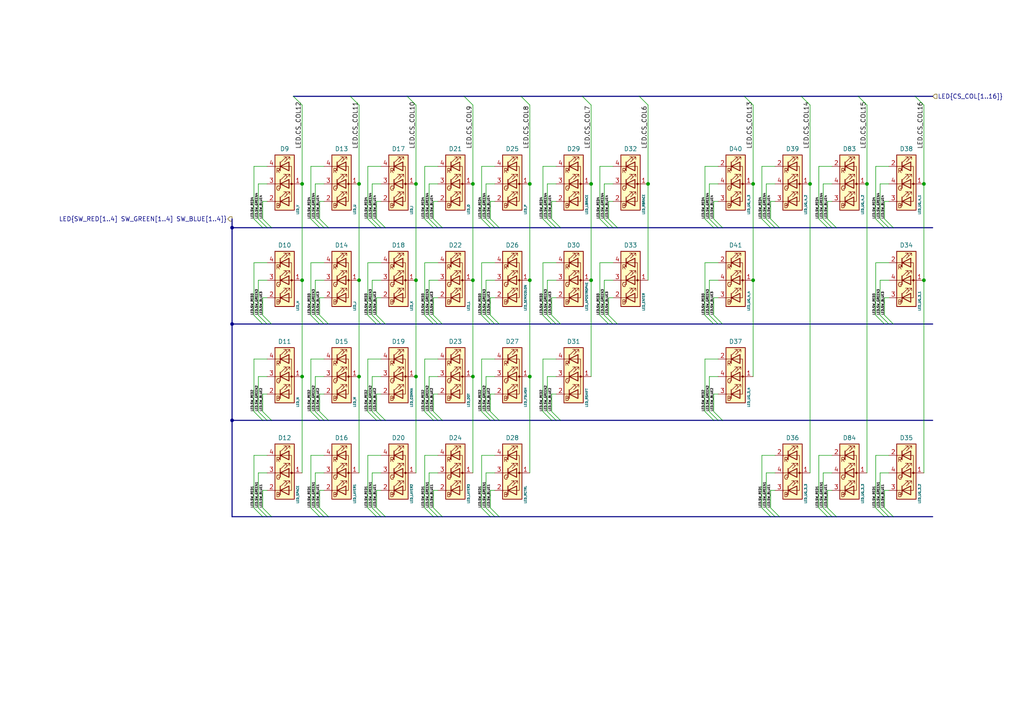
<source format=kicad_sch>
(kicad_sch (version 20211123) (generator eeschema)
  (paper "A4")
  (lib_symbols
    (symbol "Device:LED_ABGR" (pin_names (offset 0) hide)
      (property "Reference" "D" (at 0 9.398 0))
      (property "Value" "LED_ABGR" (at 0 -8.89 0))
      (symbol "LED_ABGR_0_0"
        (text "B" (at -1.905 -6.35 0) (effects (font (size 1.27 1.27))))
        (text "G" (at -1.905 -1.27 0) (effects (font (size 1.27 1.27))))
        (text "R" (at -1.905 3.81 0) (effects (font (size 1.27 1.27))))
      )
      (symbol "LED_ABGR_0_1"
        (polyline (pts (xy -1.27 -5.08) (xy -2.54 -5.08)))
        (polyline (pts (xy -1.27 -5.08) (xy 1.27 -5.08)))
        (polyline (pts (xy -1.27 -3.81) (xy -1.27 -6.35)) (stroke (width 0.254)))
        (polyline (pts (xy -1.27 0) (xy -2.54 0)))
        (polyline (pts (xy -1.27 1.27) (xy -1.27 -1.27)) (stroke (width 0.254)))
        (polyline (pts (xy -1.27 5.08) (xy -2.54 5.08)))
        (polyline (pts (xy -1.27 5.08) (xy 1.27 5.08)))
        (polyline (pts (xy -1.27 6.35) (xy -1.27 3.81)) (stroke (width 0.254)))
        (polyline (pts (xy 1.27 0) (xy -1.27 0)))
        (polyline (pts (xy 1.27 0) (xy 2.54 0)))
        (polyline (pts (xy -1.27 1.27) (xy -1.27 -1.27) (xy -1.27 -1.27)))
        (polyline (pts (xy -1.27 6.35) (xy -1.27 3.81) (xy -1.27 3.81)))
        (polyline (pts (xy 1.27 -5.08) (xy 2.032 -5.08) (xy 2.032 5.08) (xy 1.27 5.08)))
        (polyline (pts (xy 1.27 -3.81) (xy 1.27 -6.35) (xy -1.27 -5.08) (xy 1.27 -3.81)) (stroke (width 0.254)))
        (polyline (pts (xy 1.27 1.27) (xy 1.27 -1.27) (xy -1.27 0) (xy 1.27 1.27)) (stroke (width 0.254)))
        (polyline (pts (xy 1.27 6.35) (xy 1.27 3.81) (xy -1.27 5.08) (xy 1.27 6.35)) (stroke (width 0.254)))
        (polyline (pts (xy -1.016 -3.81) (xy 0.508 -2.286) (xy -0.254 -2.286) (xy 0.508 -2.286) (xy 0.508 -3.048)))
        (polyline (pts (xy -1.016 1.27) (xy 0.508 2.794) (xy -0.254 2.794) (xy 0.508 2.794) (xy 0.508 2.032)))
        (polyline (pts (xy -1.016 6.35) (xy 0.508 7.874) (xy -0.254 7.874) (xy 0.508 7.874) (xy 0.508 7.112)))
        (polyline (pts (xy 0 -3.81) (xy 1.524 -2.286) (xy 0.762 -2.286) (xy 1.524 -2.286) (xy 1.524 -3.048)))
        (polyline (pts (xy 0 1.27) (xy 1.524 2.794) (xy 0.762 2.794) (xy 1.524 2.794) (xy 1.524 2.032)))
        (polyline (pts (xy 0 6.35) (xy 1.524 7.874) (xy 0.762 7.874) (xy 1.524 7.874) (xy 1.524 7.112)))
        (rectangle (start 1.27 -1.27) (end 1.27 1.27))
        (rectangle (start 1.27 1.27) (end 1.27 1.27))
        (rectangle (start 1.27 3.81) (end 1.27 6.35))
        (rectangle (start 1.27 6.35) (end 1.27 6.35))
        (circle (center 2.032 0) (radius 0.254) (fill (type outline)))
        (rectangle (start 2.794 8.382) (end -2.794 -7.62) (stroke (width 0.254)) (fill (type background)))
      )
      (symbol "LED_ABGR_1_1"
        (pin passive line (at 5.08 0 180) (length 2.54) (name "A") (number "1"))
        (pin passive line (at -5.08 -5.08 0) (length 2.54) (name "BK") (number "2"))
        (pin passive line (at -5.08 0 0) (length 2.54) (name "GK") (number "3"))
        (pin passive line (at -5.08 5.08 0) (length 2.54) (name "RK") (number "4"))
      )
    )
    (symbol "Device:LED_ARBG" (pin_names (offset 0) hide)
      (property "Reference" "D" (at 0 9.398 0))
      (property "Value" "LED_ARBG" (at 0 -8.89 0))
      (symbol "LED_ARBG_0_0"
        (text "B" (at -1.905 -6.35 0) (effects (font (size 1.27 1.27))))
        (text "G" (at -1.905 -1.27 0) (effects (font (size 1.27 1.27))))
        (text "R" (at -1.905 3.81 0) (effects (font (size 1.27 1.27))))
      )
      (symbol "LED_ARBG_0_1"
        (polyline (pts (xy -1.27 -5.08) (xy -2.54 -5.08)))
        (polyline (pts (xy -1.27 -5.08) (xy 1.27 -5.08)))
        (polyline (pts (xy -1.27 -3.81) (xy -1.27 -6.35)) (stroke (width 0.254)))
        (polyline (pts (xy -1.27 0) (xy -2.54 0)))
        (polyline (pts (xy -1.27 1.27) (xy -1.27 -1.27)) (stroke (width 0.254)))
        (polyline (pts (xy -1.27 5.08) (xy -2.54 5.08)))
        (polyline (pts (xy -1.27 5.08) (xy 1.27 5.08)))
        (polyline (pts (xy -1.27 6.35) (xy -1.27 3.81)) (stroke (width 0.254)))
        (polyline (pts (xy 1.27 0) (xy -1.27 0)))
        (polyline (pts (xy 1.27 0) (xy 2.54 0)))
        (polyline (pts (xy -1.27 1.27) (xy -1.27 -1.27) (xy -1.27 -1.27)))
        (polyline (pts (xy -1.27 6.35) (xy -1.27 3.81) (xy -1.27 3.81)))
        (polyline (pts (xy 1.27 -5.08) (xy 2.032 -5.08) (xy 2.032 5.08) (xy 1.27 5.08)))
        (polyline (pts (xy 1.27 -3.81) (xy 1.27 -6.35) (xy -1.27 -5.08) (xy 1.27 -3.81)) (stroke (width 0.254)))
        (polyline (pts (xy 1.27 1.27) (xy 1.27 -1.27) (xy -1.27 0) (xy 1.27 1.27)) (stroke (width 0.254)))
        (polyline (pts (xy 1.27 6.35) (xy 1.27 3.81) (xy -1.27 5.08) (xy 1.27 6.35)) (stroke (width 0.254)))
        (polyline (pts (xy -1.016 -3.81) (xy 0.508 -2.286) (xy -0.254 -2.286) (xy 0.508 -2.286) (xy 0.508 -3.048)))
        (polyline (pts (xy -1.016 1.27) (xy 0.508 2.794) (xy -0.254 2.794) (xy 0.508 2.794) (xy 0.508 2.032)))
        (polyline (pts (xy -1.016 6.35) (xy 0.508 7.874) (xy -0.254 7.874) (xy 0.508 7.874) (xy 0.508 7.112)))
        (polyline (pts (xy 0 -3.81) (xy 1.524 -2.286) (xy 0.762 -2.286) (xy 1.524 -2.286) (xy 1.524 -3.048)))
        (polyline (pts (xy 0 1.27) (xy 1.524 2.794) (xy 0.762 2.794) (xy 1.524 2.794) (xy 1.524 2.032)))
        (polyline (pts (xy 0 6.35) (xy 1.524 7.874) (xy 0.762 7.874) (xy 1.524 7.874) (xy 1.524 7.112)))
        (rectangle (start 1.27 -1.27) (end 1.27 1.27))
        (rectangle (start 1.27 1.27) (end 1.27 1.27))
        (rectangle (start 1.27 3.81) (end 1.27 6.35))
        (rectangle (start 1.27 6.35) (end 1.27 6.35))
        (circle (center 2.032 0) (radius 0.254) (fill (type outline)))
        (rectangle (start 2.794 8.382) (end -2.794 -7.62) (stroke (width 0.254)) (fill (type background)))
      )
      (symbol "LED_ARBG_1_1"
        (pin passive line (at 5.08 0 180) (length 2.54) (name "A") (number "1"))
        (pin passive line (at -5.08 5.08 0) (length 2.54) (name "RK") (number "2"))
        (pin passive line (at -5.08 -5.08 0) (length 2.54) (name "BK") (number "3"))
        (pin passive line (at -5.08 0 0) (length 2.54) (name "GK") (number "4"))
      )
    )
  )
  (junction (at 67.31 66.04))
  (junction (at 234.95 53.34))
  (junction (at 187.96 53.34))
  (junction (at 120.65 109.22))
  (junction (at 104.14 53.34))
  (junction (at 267.97 53.34))
  (junction (at 87.63 109.22))
  (junction (at 87.63 53.34))
  (junction (at 171.45 53.34))
  (junction (at 87.63 81.28))
  (junction (at 153.67 109.22))
  (junction (at 137.16 81.28))
  (junction (at 218.44 81.28))
  (junction (at 171.45 81.28))
  (junction (at 67.31 121.92))
  (junction (at 251.46 53.34))
  (junction (at 218.44 53.34))
  (junction (at 137.16 53.34))
  (junction (at 153.67 81.28))
  (junction (at 153.67 53.34))
  (junction (at 267.97 81.28))
  (junction (at 104.14 109.22))
  (junction (at 120.65 81.28))
  (junction (at 137.16 109.22))
  (junction (at 104.14 81.28))
  (junction (at 120.65 53.34))
  (junction (at 67.31 93.98))
  (bus_entry (at 157.48 63.5) (size 2.54 2.54))
  (bus_entry (at 255.27 147.32) (size 2.54 2.54))
  (bus_entry (at 106.68 147.32) (size 2.54 2.54))
  (bus_entry (at 254 63.5) (size 2.54 2.54))
  (bus_entry (at 124.46 119.38) (size 2.54 2.54))
  (bus_entry (at 205.74 91.44) (size 2.54 2.54))
  (bus_entry (at 176.53 63.5) (size 2.54 2.54))
  (bus_entry (at 125.73 147.32) (size 2.54 2.54))
  (bus_entry (at 151.13 27.94) (size 2.54 2.54))
  (bus_entry (at 222.25 147.32) (size 2.54 2.54))
  (bus_entry (at 76.2 147.32) (size 2.54 2.54))
  (bus_entry (at 92.71 147.32) (size 2.54 2.54))
  (bus_entry (at 254 147.32) (size 2.54 2.54))
  (bus_entry (at 91.44 119.38) (size 2.54 2.54))
  (bus_entry (at 204.47 119.38) (size 2.54 2.54))
  (bus_entry (at 125.73 63.5) (size 2.54 2.54))
  (bus_entry (at 205.74 63.5) (size 2.54 2.54))
  (bus_entry (at 157.48 119.38) (size 2.54 2.54))
  (bus_entry (at 255.27 63.5) (size 2.54 2.54))
  (bus_entry (at 74.93 91.44) (size 2.54 2.54))
  (bus_entry (at 90.17 119.38) (size 2.54 2.54))
  (bus_entry (at 265.43 27.94) (size 2.54 2.54))
  (bus_entry (at 160.02 119.38) (size 2.54 2.54))
  (bus_entry (at 256.54 91.44) (size 2.54 2.54))
  (bus_entry (at 254 91.44) (size 2.54 2.54))
  (bus_entry (at 255.27 91.44) (size 2.54 2.54))
  (bus_entry (at 223.52 63.5) (size 2.54 2.54))
  (bus_entry (at 142.24 63.5) (size 2.54 2.54))
  (bus_entry (at 139.7 63.5) (size 2.54 2.54))
  (bus_entry (at 205.74 119.38) (size 2.54 2.54))
  (bus_entry (at 107.95 147.32) (size 2.54 2.54))
  (bus_entry (at 123.19 147.32) (size 2.54 2.54))
  (bus_entry (at 204.47 63.5) (size 2.54 2.54))
  (bus_entry (at 92.71 119.38) (size 2.54 2.54))
  (bus_entry (at 139.7 147.32) (size 2.54 2.54))
  (bus_entry (at 168.91 27.94) (size 2.54 2.54))
  (bus_entry (at 222.25 63.5) (size 2.54 2.54))
  (bus_entry (at 173.99 91.44) (size 2.54 2.54))
  (bus_entry (at 123.19 119.38) (size 2.54 2.54))
  (bus_entry (at 74.93 119.38) (size 2.54 2.54))
  (bus_entry (at 134.62 27.94) (size 2.54 2.54))
  (bus_entry (at 142.24 119.38) (size 2.54 2.54))
  (bus_entry (at 106.68 63.5) (size 2.54 2.54))
  (bus_entry (at 158.75 91.44) (size 2.54 2.54))
  (bus_entry (at 220.98 63.5) (size 2.54 2.54))
  (bus_entry (at 215.9 27.94) (size 2.54 2.54))
  (bus_entry (at 109.22 147.32) (size 2.54 2.54))
  (bus_entry (at 142.24 147.32) (size 2.54 2.54))
  (bus_entry (at 176.53 91.44) (size 2.54 2.54))
  (bus_entry (at 101.6 27.94) (size 2.54 2.54))
  (bus_entry (at 109.22 119.38) (size 2.54 2.54))
  (bus_entry (at 76.2 119.38) (size 2.54 2.54))
  (bus_entry (at 140.97 119.38) (size 2.54 2.54))
  (bus_entry (at 107.95 119.38) (size 2.54 2.54))
  (bus_entry (at 125.73 91.44) (size 2.54 2.54))
  (bus_entry (at 73.66 91.44) (size 2.54 2.54))
  (bus_entry (at 223.52 147.32) (size 2.54 2.54))
  (bus_entry (at 123.19 91.44) (size 2.54 2.54))
  (bus_entry (at 90.17 147.32) (size 2.54 2.54))
  (bus_entry (at 107.95 63.5) (size 2.54 2.54))
  (bus_entry (at 73.66 147.32) (size 2.54 2.54))
  (bus_entry (at 248.92 27.94) (size 2.54 2.54))
  (bus_entry (at 185.42 27.94) (size 2.54 2.54))
  (bus_entry (at 76.2 91.44) (size 2.54 2.54))
  (bus_entry (at 123.19 63.5) (size 2.54 2.54))
  (bus_entry (at 142.24 91.44) (size 2.54 2.54))
  (bus_entry (at 109.22 63.5) (size 2.54 2.54))
  (bus_entry (at 204.47 91.44) (size 2.54 2.54))
  (bus_entry (at 139.7 91.44) (size 2.54 2.54))
  (bus_entry (at 90.17 91.44) (size 2.54 2.54))
  (bus_entry (at 92.71 91.44) (size 2.54 2.54))
  (bus_entry (at 91.44 91.44) (size 2.54 2.54))
  (bus_entry (at 109.22 91.44) (size 2.54 2.54))
  (bus_entry (at 107.95 91.44) (size 2.54 2.54))
  (bus_entry (at 106.68 91.44) (size 2.54 2.54))
  (bus_entry (at 157.48 91.44) (size 2.54 2.54))
  (bus_entry (at 118.11 27.94) (size 2.54 2.54))
  (bus_entry (at 220.98 147.32) (size 2.54 2.54))
  (bus_entry (at 175.26 63.5) (size 2.54 2.54))
  (bus_entry (at 74.93 147.32) (size 2.54 2.54))
  (bus_entry (at 207.01 119.38) (size 2.54 2.54))
  (bus_entry (at 73.66 63.5) (size 2.54 2.54))
  (bus_entry (at 92.71 63.5) (size 2.54 2.54))
  (bus_entry (at 91.44 63.5) (size 2.54 2.54))
  (bus_entry (at 90.17 63.5) (size 2.54 2.54))
  (bus_entry (at 76.2 63.5) (size 2.54 2.54))
  (bus_entry (at 74.93 63.5) (size 2.54 2.54))
  (bus_entry (at 73.66 119.38) (size 2.54 2.54))
  (bus_entry (at 140.97 63.5) (size 2.54 2.54))
  (bus_entry (at 85.09 27.94) (size 2.54 2.54))
  (bus_entry (at 256.54 63.5) (size 2.54 2.54))
  (bus_entry (at 237.49 63.5) (size 2.54 2.54))
  (bus_entry (at 238.76 147.32) (size 2.54 2.54))
  (bus_entry (at 237.49 147.32) (size 2.54 2.54))
  (bus_entry (at 240.03 147.32) (size 2.54 2.54))
  (bus_entry (at 240.03 63.5) (size 2.54 2.54))
  (bus_entry (at 238.76 63.5) (size 2.54 2.54))
  (bus_entry (at 158.75 63.5) (size 2.54 2.54))
  (bus_entry (at 140.97 147.32) (size 2.54 2.54))
  (bus_entry (at 124.46 91.44) (size 2.54 2.54))
  (bus_entry (at 173.99 63.5) (size 2.54 2.54))
  (bus_entry (at 160.02 63.5) (size 2.54 2.54))
  (bus_entry (at 160.02 91.44) (size 2.54 2.54))
  (bus_entry (at 91.44 147.32) (size 2.54 2.54))
  (bus_entry (at 125.73 119.38) (size 2.54 2.54))
  (bus_entry (at 256.54 147.32) (size 2.54 2.54))
  (bus_entry (at 207.01 91.44) (size 2.54 2.54))
  (bus_entry (at 175.26 91.44) (size 2.54 2.54))
  (bus_entry (at 140.97 91.44) (size 2.54 2.54))
  (bus_entry (at 207.01 63.5) (size 2.54 2.54))
  (bus_entry (at 139.7 119.38) (size 2.54 2.54))
  (bus_entry (at 124.46 147.32) (size 2.54 2.54))
  (bus_entry (at 124.46 63.5) (size 2.54 2.54))
  (bus_entry (at 158.75 119.38) (size 2.54 2.54))
  (bus_entry (at 106.68 119.38) (size 2.54 2.54))
  (bus_entry (at 232.41 27.94) (size 2.54 2.54))
  (wire (pts (xy 240.03 58.42) (xy 240.03 63.5)))
  (wire (pts (xy 254 48.26) (xy 254 63.5)))
  (wire (pts (xy 205.74 109.22) (xy 205.74 119.38)))
  (wire (pts (xy 143.51 114.3) (xy 142.24 114.3)))
  (wire (pts (xy 76.2 142.24) (xy 76.2 147.32)))
  (wire (pts (xy 143.51 86.36) (xy 142.24 86.36)))
  (wire (pts (xy 76.2 114.3) (xy 76.2 119.38)))
  (bus (pts (xy 125.73 66.04) (xy 127 66.04)))
  (wire (pts (xy 177.8 81.28) (xy 175.26 81.28)))
  (bus (pts (xy 118.11 27.94) (xy 134.62 27.94)))
  (wire (pts (xy 91.44 109.22) (xy 91.44 119.38)))
  (wire (pts (xy 142.24 86.36) (xy 142.24 91.44)))
  (bus (pts (xy 207.01 66.04) (xy 208.28 66.04)))
  (bus (pts (xy 93.98 66.04) (xy 95.25 66.04)))
  (wire (pts (xy 106.68 76.2) (xy 106.68 91.44)))
  (bus (pts (xy 101.6 27.94) (xy 118.11 27.94)))
  (wire (pts (xy 110.49 76.2) (xy 106.68 76.2)))
  (bus (pts (xy 209.55 121.92) (xy 270.51 121.92)))
  (wire (pts (xy 208.28 114.3) (xy 207.01 114.3)))
  (wire (pts (xy 123.19 48.26) (xy 123.19 63.5)))
  (wire (pts (xy 73.66 48.26) (xy 73.66 63.5)))
  (wire (pts (xy 139.7 132.08) (xy 139.7 147.32)))
  (wire (pts (xy 91.44 137.16) (xy 91.44 147.32)))
  (wire (pts (xy 93.98 109.22) (xy 91.44 109.22)))
  (wire (pts (xy 257.81 58.42) (xy 256.54 58.42)))
  (wire (pts (xy 241.3 132.08) (xy 237.49 132.08)))
  (bus (pts (xy 127 93.98) (xy 128.27 93.98)))
  (bus (pts (xy 259.08 66.04) (xy 270.51 66.04)))
  (bus (pts (xy 128.27 149.86) (xy 142.24 149.86)))
  (wire (pts (xy 104.14 30.48) (xy 104.14 53.34)))
  (wire (pts (xy 177.8 58.42) (xy 176.53 58.42)))
  (wire (pts (xy 234.95 53.34) (xy 234.95 137.16)))
  (wire (pts (xy 207.01 58.42) (xy 207.01 63.5)))
  (wire (pts (xy 241.3 53.34) (xy 238.76 53.34)))
  (bus (pts (xy 143.51 121.92) (xy 144.78 121.92)))
  (wire (pts (xy 120.65 81.28) (xy 120.65 109.22)))
  (wire (pts (xy 218.44 30.48) (xy 218.44 53.34)))
  (wire (pts (xy 137.16 109.22) (xy 137.16 137.16)))
  (bus (pts (xy 176.53 66.04) (xy 177.8 66.04)))
  (wire (pts (xy 127 76.2) (xy 123.19 76.2)))
  (wire (pts (xy 106.68 132.08) (xy 106.68 147.32)))
  (bus (pts (xy 110.49 66.04) (xy 111.76 66.04)))
  (bus (pts (xy 67.31 121.92) (xy 76.2 121.92)))
  (bus (pts (xy 207.01 93.98) (xy 208.28 93.98)))
  (bus (pts (xy 111.76 93.98) (xy 125.73 93.98)))
  (wire (pts (xy 77.47 142.24) (xy 76.2 142.24)))
  (wire (pts (xy 207.01 86.36) (xy 207.01 91.44)))
  (bus (pts (xy 241.3 66.04) (xy 242.57 66.04)))
  (wire (pts (xy 139.7 48.26) (xy 139.7 63.5)))
  (wire (pts (xy 140.97 109.22) (xy 140.97 119.38)))
  (wire (pts (xy 104.14 109.22) (xy 104.14 137.16)))
  (bus (pts (xy 92.71 66.04) (xy 93.98 66.04)))
  (wire (pts (xy 74.93 81.28) (xy 74.93 91.44)))
  (bus (pts (xy 128.27 121.92) (xy 142.24 121.92)))
  (wire (pts (xy 140.97 53.34) (xy 140.97 63.5)))
  (wire (pts (xy 208.28 76.2) (xy 204.47 76.2)))
  (bus (pts (xy 144.78 66.04) (xy 160.02 66.04)))
  (wire (pts (xy 255.27 53.34) (xy 255.27 63.5)))
  (wire (pts (xy 157.48 48.26) (xy 157.48 63.5)))
  (wire (pts (xy 124.46 137.16) (xy 124.46 147.32)))
  (wire (pts (xy 256.54 142.24) (xy 256.54 147.32)))
  (bus (pts (xy 78.74 121.92) (xy 92.71 121.92)))
  (bus (pts (xy 111.76 149.86) (xy 125.73 149.86)))
  (bus (pts (xy 109.22 149.86) (xy 110.49 149.86)))
  (wire (pts (xy 93.98 132.08) (xy 90.17 132.08)))
  (bus (pts (xy 93.98 121.92) (xy 95.25 121.92)))
  (bus (pts (xy 76.2 66.04) (xy 77.47 66.04)))
  (wire (pts (xy 87.63 109.22) (xy 87.63 137.16)))
  (bus (pts (xy 92.71 93.98) (xy 93.98 93.98)))
  (bus (pts (xy 223.52 66.04) (xy 224.79 66.04)))
  (wire (pts (xy 208.28 86.36) (xy 207.01 86.36)))
  (wire (pts (xy 142.24 114.3) (xy 142.24 119.38)))
  (wire (pts (xy 74.93 109.22) (xy 74.93 119.38)))
  (bus (pts (xy 128.27 66.04) (xy 142.24 66.04)))
  (bus (pts (xy 232.41 27.94) (xy 248.92 27.94)))
  (wire (pts (xy 257.81 81.28) (xy 255.27 81.28)))
  (wire (pts (xy 223.52 142.24) (xy 223.52 147.32)))
  (bus (pts (xy 93.98 93.98) (xy 95.25 93.98)))
  (bus (pts (xy 144.78 121.92) (xy 160.02 121.92)))
  (wire (pts (xy 257.81 137.16) (xy 255.27 137.16)))
  (wire (pts (xy 176.53 58.42) (xy 176.53 63.5)))
  (wire (pts (xy 110.49 81.28) (xy 107.95 81.28)))
  (wire (pts (xy 208.28 48.26) (xy 204.47 48.26)))
  (wire (pts (xy 267.97 53.34) (xy 267.97 81.28)))
  (bus (pts (xy 142.24 93.98) (xy 143.51 93.98)))
  (bus (pts (xy 111.76 66.04) (xy 125.73 66.04)))
  (bus (pts (xy 162.56 66.04) (xy 176.53 66.04)))
  (bus (pts (xy 78.74 66.04) (xy 92.71 66.04)))
  (wire (pts (xy 177.8 86.36) (xy 176.53 86.36)))
  (wire (pts (xy 143.51 142.24) (xy 142.24 142.24)))
  (bus (pts (xy 143.51 66.04) (xy 144.78 66.04)))
  (bus (pts (xy 160.02 93.98) (xy 161.29 93.98)))
  (wire (pts (xy 110.49 48.26) (xy 106.68 48.26)))
  (bus (pts (xy 127 121.92) (xy 128.27 121.92)))
  (wire (pts (xy 173.99 48.26) (xy 173.99 63.5)))
  (bus (pts (xy 76.2 121.92) (xy 77.47 121.92)))
  (wire (pts (xy 257.81 76.2) (xy 254 76.2)))
  (wire (pts (xy 257.81 53.34) (xy 255.27 53.34)))
  (bus (pts (xy 162.56 93.98) (xy 176.53 93.98)))
  (bus (pts (xy 161.29 93.98) (xy 162.56 93.98)))
  (wire (pts (xy 267.97 30.48) (xy 267.97 53.34)))
  (wire (pts (xy 257.81 86.36) (xy 256.54 86.36)))
  (wire (pts (xy 224.79 48.26) (xy 220.98 48.26)))
  (wire (pts (xy 137.16 30.48) (xy 137.16 53.34)))
  (wire (pts (xy 106.68 104.14) (xy 106.68 119.38)))
  (wire (pts (xy 104.14 81.28) (xy 104.14 109.22)))
  (wire (pts (xy 238.76 137.16) (xy 238.76 147.32)))
  (wire (pts (xy 187.96 30.48) (xy 187.96 53.34)))
  (wire (pts (xy 93.98 142.24) (xy 92.71 142.24)))
  (wire (pts (xy 109.22 58.42) (xy 109.22 63.5)))
  (wire (pts (xy 158.75 81.28) (xy 158.75 91.44)))
  (wire (pts (xy 237.49 132.08) (xy 237.49 147.32)))
  (wire (pts (xy 143.51 76.2) (xy 139.7 76.2)))
  (wire (pts (xy 204.47 48.26) (xy 204.47 63.5)))
  (wire (pts (xy 153.67 53.34) (xy 153.67 81.28)))
  (bus (pts (xy 67.31 121.92) (xy 67.31 149.86)))
  (wire (pts (xy 93.98 53.34) (xy 91.44 53.34)))
  (wire (pts (xy 142.24 142.24) (xy 142.24 147.32)))
  (bus (pts (xy 127 149.86) (xy 128.27 149.86)))
  (wire (pts (xy 77.47 109.22) (xy 74.93 109.22)))
  (wire (pts (xy 267.97 81.28) (xy 267.97 137.16)))
  (wire (pts (xy 123.19 104.14) (xy 123.19 119.38)))
  (wire (pts (xy 107.95 109.22) (xy 107.95 119.38)))
  (bus (pts (xy 111.76 121.92) (xy 125.73 121.92)))
  (wire (pts (xy 92.71 114.3) (xy 92.71 119.38)))
  (wire (pts (xy 208.28 81.28) (xy 205.74 81.28)))
  (wire (pts (xy 161.29 53.34) (xy 158.75 53.34)))
  (bus (pts (xy 77.47 121.92) (xy 78.74 121.92)))
  (wire (pts (xy 208.28 53.34) (xy 205.74 53.34)))
  (bus (pts (xy 207.01 121.92) (xy 208.28 121.92)))
  (wire (pts (xy 208.28 58.42) (xy 207.01 58.42)))
  (bus (pts (xy 76.2 149.86) (xy 77.47 149.86)))
  (bus (pts (xy 259.08 149.86) (xy 270.51 149.86)))
  (wire (pts (xy 234.95 30.48) (xy 234.95 53.34)))
  (wire (pts (xy 142.24 58.42) (xy 142.24 63.5)))
  (wire (pts (xy 110.49 58.42) (xy 109.22 58.42)))
  (wire (pts (xy 207.01 114.3) (xy 207.01 119.38)))
  (bus (pts (xy 134.62 27.94) (xy 151.13 27.94)))
  (wire (pts (xy 127 137.16) (xy 124.46 137.16)))
  (wire (pts (xy 241.3 58.42) (xy 240.03 58.42)))
  (wire (pts (xy 127 53.34) (xy 124.46 53.34)))
  (wire (pts (xy 109.22 114.3) (xy 109.22 119.38)))
  (wire (pts (xy 120.65 30.48) (xy 120.65 53.34)))
  (wire (pts (xy 125.73 58.42) (xy 125.73 63.5)))
  (wire (pts (xy 127 86.36) (xy 125.73 86.36)))
  (wire (pts (xy 143.51 132.08) (xy 139.7 132.08)))
  (wire (pts (xy 77.47 132.08) (xy 73.66 132.08)))
  (bus (pts (xy 109.22 66.04) (xy 110.49 66.04)))
  (bus (pts (xy 95.25 93.98) (xy 109.22 93.98)))
  (wire (pts (xy 241.3 48.26) (xy 237.49 48.26)))
  (bus (pts (xy 67.31 93.98) (xy 67.31 121.92)))
  (wire (pts (xy 107.95 137.16) (xy 107.95 147.32)))
  (bus (pts (xy 143.51 93.98) (xy 144.78 93.98)))
  (wire (pts (xy 120.65 109.22) (xy 120.65 137.16)))
  (bus (pts (xy 241.3 149.86) (xy 242.57 149.86)))
  (wire (pts (xy 137.16 81.28) (xy 137.16 109.22)))
  (wire (pts (xy 255.27 81.28) (xy 255.27 91.44)))
  (wire (pts (xy 87.63 53.34) (xy 87.63 81.28)))
  (wire (pts (xy 91.44 53.34) (xy 91.44 63.5)))
  (wire (pts (xy 120.65 53.34) (xy 120.65 81.28)))
  (wire (pts (xy 109.22 142.24) (xy 109.22 147.32)))
  (wire (pts (xy 143.51 81.28) (xy 140.97 81.28)))
  (wire (pts (xy 176.53 86.36) (xy 176.53 91.44)))
  (wire (pts (xy 93.98 58.42) (xy 92.71 58.42)))
  (bus (pts (xy 177.8 66.04) (xy 179.07 66.04)))
  (wire (pts (xy 139.7 104.14) (xy 139.7 119.38)))
  (bus (pts (xy 125.73 93.98) (xy 127 93.98)))
  (wire (pts (xy 153.67 109.22) (xy 153.67 81.28)))
  (wire (pts (xy 76.2 86.36) (xy 76.2 91.44)))
  (wire (pts (xy 93.98 114.3) (xy 92.71 114.3)))
  (bus (pts (xy 223.52 149.86) (xy 224.79 149.86)))
  (wire (pts (xy 77.47 114.3) (xy 76.2 114.3)))
  (wire (pts (xy 161.29 109.22) (xy 158.75 109.22)))
  (bus (pts (xy 185.42 27.94) (xy 215.9 27.94)))
  (wire (pts (xy 92.71 142.24) (xy 92.71 147.32)))
  (bus (pts (xy 168.91 27.94) (xy 185.42 27.94)))
  (wire (pts (xy 123.19 132.08) (xy 123.19 147.32)))
  (wire (pts (xy 240.03 142.24) (xy 240.03 147.32)))
  (wire (pts (xy 74.93 137.16) (xy 74.93 147.32)))
  (wire (pts (xy 73.66 76.2) (xy 73.66 91.44)))
  (wire (pts (xy 224.79 137.16) (xy 222.25 137.16)))
  (wire (pts (xy 143.51 109.22) (xy 140.97 109.22)))
  (wire (pts (xy 223.52 58.42) (xy 223.52 63.5)))
  (wire (pts (xy 157.48 76.2) (xy 157.48 91.44)))
  (wire (pts (xy 241.3 137.16) (xy 238.76 137.16)))
  (wire (pts (xy 161.29 86.36) (xy 160.02 86.36)))
  (wire (pts (xy 93.98 48.26) (xy 90.17 48.26)))
  (wire (pts (xy 171.45 81.28) (xy 171.45 109.22)))
  (wire (pts (xy 90.17 132.08) (xy 90.17 147.32)))
  (wire (pts (xy 177.8 76.2) (xy 173.99 76.2)))
  (bus (pts (xy 160.02 66.04) (xy 161.29 66.04)))
  (bus (pts (xy 67.31 66.04) (xy 67.31 93.98)))
  (wire (pts (xy 87.63 109.22) (xy 87.63 81.28)))
  (wire (pts (xy 139.7 76.2) (xy 139.7 91.44)))
  (wire (pts (xy 77.47 76.2) (xy 73.66 76.2)))
  (bus (pts (xy 161.29 66.04) (xy 162.56 66.04)))
  (bus (pts (xy 95.25 66.04) (xy 109.22 66.04)))
  (wire (pts (xy 237.49 48.26) (xy 237.49 63.5)))
  (wire (pts (xy 220.98 132.08) (xy 220.98 147.32)))
  (wire (pts (xy 222.25 137.16) (xy 222.25 147.32)))
  (wire (pts (xy 257.81 132.08) (xy 254 132.08)))
  (wire (pts (xy 110.49 104.14) (xy 106.68 104.14)))
  (wire (pts (xy 204.47 76.2) (xy 204.47 91.44)))
  (bus (pts (xy 85.09 27.94) (xy 101.6 27.94)))
  (bus (pts (xy 110.49 121.92) (xy 111.76 121.92)))
  (wire (pts (xy 171.45 30.48) (xy 171.45 53.34)))
  (wire (pts (xy 173.99 76.2) (xy 173.99 91.44)))
  (wire (pts (xy 220.98 48.26) (xy 220.98 63.5)))
  (wire (pts (xy 90.17 48.26) (xy 90.17 63.5)))
  (wire (pts (xy 238.76 53.34) (xy 238.76 63.5)))
  (wire (pts (xy 73.66 104.14) (xy 73.66 119.38)))
  (wire (pts (xy 77.47 48.26) (xy 73.66 48.26)))
  (wire (pts (xy 110.49 109.22) (xy 107.95 109.22)))
  (wire (pts (xy 177.8 53.34) (xy 175.26 53.34)))
  (wire (pts (xy 127 114.3) (xy 125.73 114.3)))
  (bus (pts (xy 208.28 93.98) (xy 209.55 93.98)))
  (wire (pts (xy 76.2 58.42) (xy 76.2 63.5)))
  (wire (pts (xy 127 132.08) (xy 123.19 132.08)))
  (wire (pts (xy 93.98 86.36) (xy 92.71 86.36)))
  (wire (pts (xy 161.29 114.3) (xy 160.02 114.3)))
  (wire (pts (xy 208.28 109.22) (xy 205.74 109.22)))
  (bus (pts (xy 78.74 93.98) (xy 92.71 93.98)))
  (bus (pts (xy 110.49 149.86) (xy 111.76 149.86)))
  (wire (pts (xy 110.49 142.24) (xy 109.22 142.24)))
  (wire (pts (xy 92.71 86.36) (xy 92.71 91.44)))
  (bus (pts (xy 93.98 149.86) (xy 95.25 149.86)))
  (wire (pts (xy 161.29 104.14) (xy 157.48 104.14)))
  (bus (pts (xy 177.8 93.98) (xy 179.07 93.98)))
  (wire (pts (xy 251.46 30.48) (xy 251.46 53.34)))
  (wire (pts (xy 125.73 114.3) (xy 125.73 119.38)))
  (bus (pts (xy 92.71 121.92) (xy 93.98 121.92)))
  (wire (pts (xy 161.29 76.2) (xy 157.48 76.2)))
  (wire (pts (xy 255.27 137.16) (xy 255.27 147.32)))
  (bus (pts (xy 67.31 149.86) (xy 76.2 149.86)))
  (wire (pts (xy 124.46 81.28) (xy 124.46 91.44)))
  (wire (pts (xy 92.71 58.42) (xy 92.71 63.5)))
  (bus (pts (xy 67.31 93.98) (xy 76.2 93.98)))
  (bus (pts (xy 257.81 66.04) (xy 259.08 66.04)))
  (bus (pts (xy 208.28 66.04) (xy 209.55 66.04)))
  (wire (pts (xy 74.93 53.34) (xy 74.93 63.5)))
  (bus (pts (xy 248.92 27.94) (xy 265.43 27.94)))
  (wire (pts (xy 73.66 132.08) (xy 73.66 147.32)))
  (wire (pts (xy 254 132.08) (xy 254 147.32)))
  (bus (pts (xy 208.28 121.92) (xy 209.55 121.92)))
  (bus (pts (xy 215.9 27.94) (xy 232.41 27.94)))
  (bus (pts (xy 257.81 149.86) (xy 259.08 149.86)))
  (wire (pts (xy 107.95 53.34) (xy 107.95 63.5)))
  (wire (pts (xy 124.46 109.22) (xy 124.46 119.38)))
  (bus (pts (xy 176.53 93.98) (xy 177.8 93.98)))
  (bus (pts (xy 77.47 93.98) (xy 78.74 93.98)))
  (bus (pts (xy 226.06 149.86) (xy 240.03 149.86)))
  (bus (pts (xy 125.73 121.92) (xy 127 121.92)))
  (bus (pts (xy 144.78 149.86) (xy 223.52 149.86)))
  (bus (pts (xy 179.07 66.04) (xy 207.01 66.04)))
  (wire (pts (xy 241.3 142.24) (xy 240.03 142.24)))
  (bus (pts (xy 160.02 121.92) (xy 161.29 121.92)))
  (wire (pts (xy 110.49 53.34) (xy 107.95 53.34)))
  (bus (pts (xy 240.03 149.86) (xy 241.3 149.86)))
  (wire (pts (xy 160.02 86.36) (xy 160.02 91.44)))
  (wire (pts (xy 251.46 53.34) (xy 251.46 137.16)))
  (wire (pts (xy 224.79 53.34) (xy 222.25 53.34)))
  (bus (pts (xy 78.74 149.86) (xy 92.71 149.86)))
  (wire (pts (xy 124.46 53.34) (xy 124.46 63.5)))
  (bus (pts (xy 161.29 121.92) (xy 162.56 121.92)))
  (wire (pts (xy 125.73 86.36) (xy 125.73 91.44)))
  (wire (pts (xy 109.22 86.36) (xy 109.22 91.44)))
  (bus (pts (xy 109.22 93.98) (xy 110.49 93.98)))
  (wire (pts (xy 93.98 81.28) (xy 91.44 81.28)))
  (bus (pts (xy 162.56 121.92) (xy 207.01 121.92)))
  (bus (pts (xy 109.22 121.92) (xy 110.49 121.92)))
  (bus (pts (xy 144.78 93.98) (xy 160.02 93.98)))
  (bus (pts (xy 257.81 93.98) (xy 259.08 93.98)))
  (wire (pts (xy 127 58.42) (xy 125.73 58.42)))
  (bus (pts (xy 256.54 66.04) (xy 257.81 66.04)))
  (bus (pts (xy 128.27 93.98) (xy 142.24 93.98)))
  (wire (pts (xy 110.49 114.3) (xy 109.22 114.3)))
  (wire (pts (xy 110.49 132.08) (xy 106.68 132.08)))
  (wire (pts (xy 160.02 114.3) (xy 160.02 119.38)))
  (wire (pts (xy 140.97 81.28) (xy 140.97 91.44)))
  (wire (pts (xy 77.47 81.28) (xy 74.93 81.28)))
  (bus (pts (xy 92.71 149.86) (xy 93.98 149.86)))
  (wire (pts (xy 161.29 48.26) (xy 157.48 48.26)))
  (wire (pts (xy 104.14 53.34) (xy 104.14 81.28)))
  (wire (pts (xy 93.98 137.16) (xy 91.44 137.16)))
  (wire (pts (xy 127 109.22) (xy 124.46 109.22)))
  (wire (pts (xy 140.97 137.16) (xy 140.97 147.32)))
  (bus (pts (xy 256.54 149.86) (xy 257.81 149.86)))
  (wire (pts (xy 224.79 58.42) (xy 223.52 58.42)))
  (wire (pts (xy 175.26 81.28) (xy 175.26 91.44)))
  (bus (pts (xy 77.47 149.86) (xy 78.74 149.86)))
  (bus (pts (xy 179.07 93.98) (xy 207.01 93.98)))
  (bus (pts (xy 125.73 149.86) (xy 127 149.86)))
  (bus (pts (xy 110.49 93.98) (xy 111.76 93.98)))
  (bus (pts (xy 259.08 93.98) (xy 270.51 93.98)))
  (wire (pts (xy 127 104.14) (xy 123.19 104.14)))
  (wire (pts (xy 137.16 53.34) (xy 137.16 81.28)))
  (wire (pts (xy 157.48 104.14) (xy 157.48 119.38)))
  (wire (pts (xy 77.47 104.14) (xy 73.66 104.14)))
  (bus (pts (xy 226.06 66.04) (xy 240.03 66.04)))
  (wire (pts (xy 77.47 86.36) (xy 76.2 86.36)))
  (bus (pts (xy 76.2 93.98) (xy 77.47 93.98)))
  (wire (pts (xy 90.17 104.14) (xy 90.17 119.38)))
  (wire (pts (xy 161.29 81.28) (xy 158.75 81.28)))
  (wire (pts (xy 110.49 86.36) (xy 109.22 86.36)))
  (wire (pts (xy 127 81.28) (xy 124.46 81.28)))
  (wire (pts (xy 77.47 53.34) (xy 74.93 53.34)))
  (wire (pts (xy 205.74 53.34) (xy 205.74 63.5)))
  (wire (pts (xy 158.75 53.34) (xy 158.75 63.5)))
  (wire (pts (xy 256.54 58.42) (xy 256.54 63.5)))
  (wire (pts (xy 224.79 132.08) (xy 220.98 132.08)))
  (wire (pts (xy 256.54 86.36) (xy 256.54 91.44)))
  (bus (pts (xy 209.55 93.98) (xy 256.54 93.98)))
  (wire (pts (xy 177.8 48.26) (xy 173.99 48.26)))
  (bus (pts (xy 127 66.04) (xy 128.27 66.04)))
  (wire (pts (xy 77.47 137.16) (xy 74.93 137.16)))
  (wire (pts (xy 171.45 53.34) (xy 171.45 81.28)))
  (bus (pts (xy 265.43 27.94) (xy 270.51 27.94)))
  (wire (pts (xy 143.51 137.16) (xy 140.97 137.16)))
  (wire (pts (xy 153.67 137.16) (xy 153.67 109.22)))
  (wire (pts (xy 127 142.24) (xy 125.73 142.24)))
  (wire (pts (xy 222.25 53.34) (xy 222.25 63.5)))
  (wire (pts (xy 77.47 58.42) (xy 76.2 58.42)))
  (wire (pts (xy 127 48.26) (xy 123.19 48.26)))
  (wire (pts (xy 204.47 104.14) (xy 204.47 119.38)))
  (bus (pts (xy 242.57 149.86) (xy 256.54 149.86)))
  (bus (pts (xy 209.55 66.04) (xy 223.52 66.04)))
  (wire (pts (xy 218.44 81.28) (xy 218.44 109.22)))
  (wire (pts (xy 257.81 48.26) (xy 254 48.26)))
  (bus (pts (xy 240.03 66.04) (xy 241.3 66.04)))
  (wire (pts (xy 107.95 81.28) (xy 107.95 91.44)))
  (wire (pts (xy 257.81 142.24) (xy 256.54 142.24)))
  (wire (pts (xy 143.51 58.42) (xy 142.24 58.42)))
  (wire (pts (xy 93.98 104.14) (xy 90.17 104.14)))
  (bus (pts (xy 143.51 149.86) (xy 144.78 149.86)))
  (bus (pts (xy 224.79 66.04) (xy 226.06 66.04)))
  (bus (pts (xy 242.57 66.04) (xy 256.54 66.04)))
  (wire (pts (xy 143.51 53.34) (xy 140.97 53.34)))
  (wire (pts (xy 123.19 76.2) (xy 123.19 91.44)))
  (wire (pts (xy 160.02 58.42) (xy 160.02 63.5)))
  (wire (pts (xy 224.79 142.24) (xy 223.52 142.24)))
  (wire (pts (xy 153.67 30.48) (xy 153.67 53.34)))
  (wire (pts (xy 110.49 137.16) (xy 107.95 137.16)))
  (wire (pts (xy 205.74 81.28) (xy 205.74 91.44)))
  (bus (pts (xy 224.79 149.86) (xy 226.06 149.86)))
  (wire (pts (xy 187.96 53.34) (xy 187.96 81.28)))
  (wire (pts (xy 125.73 142.24) (xy 125.73 147.32)))
  (bus (pts (xy 142.24 121.92) (xy 143.51 121.92)))
  (bus (pts (xy 67.31 63.5) (xy 67.31 66.04)))
  (wire (pts (xy 161.29 58.42) (xy 160.02 58.42)))
  (wire (pts (xy 90.17 76.2) (xy 90.17 91.44)))
  (wire (pts (xy 254 76.2) (xy 254 91.44)))
  (bus (pts (xy 95.25 121.92) (xy 109.22 121.92)))
  (bus (pts (xy 67.31 66.04) (xy 76.2 66.04)))
  (wire (pts (xy 87.63 30.48) (xy 87.63 53.34)))
  (wire (pts (xy 218.44 53.34) (xy 218.44 81.28)))
  (wire (pts (xy 158.75 109.22) (xy 158.75 119.38)))
  (bus (pts (xy 77.47 66.04) (xy 78.74 66.04)))
  (wire (pts (xy 91.44 81.28) (xy 91.44 91.44)))
  (bus (pts (xy 256.54 93.98) (xy 257.81 93.98)))
  (bus (pts (xy 142.24 66.04) (xy 143.51 66.04)))
  (wire (pts (xy 93.98 76.2) (xy 90.17 76.2)))
  (bus (pts (xy 95.25 149.86) (xy 109.22 149.86)))
  (wire (pts (xy 208.28 104.14) (xy 204.47 104.14)))
  (bus (pts (xy 151.13 27.94) (xy 168.91 27.94)))
  (bus (pts (xy 142.24 149.86) (xy 143.51 149.86)))
  (wire (pts (xy 106.68 48.26) (xy 106.68 63.5)))
  (wire (pts (xy 175.26 53.34) (xy 175.26 63.5)))
  (wire (pts (xy 143.51 104.14) (xy 139.7 104.14)))
  (wire (pts (xy 143.51 48.26) (xy 139.7 48.26)))
  (label "LED.SW_GREEN1" (at 124.46 147.32 90) (effects (font (size 0.63 0.63))))
  (label "LED.SW_BLUE3" (at 176.53 91.44 90) (effects (font (size 0.63 0.63))))
  (label "LED.SW_GREEN4" (at 124.46 63.5 90) (effects (font (size 0.63 0.63))))
  (label "LED.SW_GREEN3" (at 205.74 91.44 90) (effects (font (size 0.63 0.63))))
  (label "LED.CS_COL16" (at 267.97 43.18 90))
  (label "LED.SW_BLUE3" (at 92.71 91.44 90) (effects (font (size 0.63 0.63))))
  (label "LED.SW_BLUE1" (at 142.24 147.32 90) (effects (font (size 0.63 0.63))))
  (label "LED.SW_RED4" (at 90.17 63.5 90) (effects (font (size 0.63 0.63))))
  (label "LED.SW_GREEN3" (at 124.46 91.44 90) (effects (font (size 0.63 0.63))))
  (label "LED.SW_RED4" (at 173.99 63.5 90) (effects (font (size 0.63 0.63))))
  (label "LED.SW_BLUE4" (at 160.02 63.5 90) (effects (font (size 0.63 0.63))))
  (label "LED.SW_BLUE1" (at 109.22 147.32 90) (effects (font (size 0.63 0.63))))
  (label "LED.SW_GREEN3" (at 175.26 91.44 90) (effects (font (size 0.63 0.63))))
  (label "LED.SW_RED3" (at 157.48 91.44 90) (effects (font (size 0.63 0.63))))
  (label "LED.SW_RED1" (at 139.7 147.32 90) (effects (font (size 0.63 0.63))))
  (label "LED.SW_RED1" (at 123.19 147.32 90) (effects (font (size 0.63 0.63))))
  (label "LED.SW_RED2" (at 157.48 119.38 90) (effects (font (size 0.63 0.63))))
  (label "LED.SW_RED2" (at 139.7 119.38 90) (effects (font (size 0.63 0.63))))
  (label "LED.SW_RED3" (at 139.7 91.44 90) (effects (font (size 0.63 0.63))))
  (label "LED.SW_RED3" (at 73.66 91.44 90) (effects (font (size 0.63 0.63))))
  (label "LED.SW_RED2" (at 123.19 119.38 90) (effects (font (size 0.63 0.63))))
  (label "LED.SW_GREEN1" (at 255.27 147.32 90) (effects (font (size 0.63 0.63))))
  (label "LED.SW_RED1" (at 73.66 147.32 90) (effects (font (size 0.63 0.63))))
  (label "LED.SW_BLUE4" (at 142.24 63.5 90) (effects (font (size 0.63 0.63))))
  (label "LED.SW_RED4" (at 106.68 63.5 90) (effects (font (size 0.63 0.63))))
  (label "LED.SW_GREEN3" (at 255.27 91.44 90) (effects (font (size 0.63 0.63))))
  (label "LED.SW_RED3" (at 204.47 91.44 90) (effects (font (size 0.63 0.63))))
  (label "LED.CS_COL9" (at 137.16 43.18 90))
  (label "LED.SW_RED4" (at 237.49 63.5 90) (effects (font (size 0.63 0.63))))
  (label "LED.SW_RED2" (at 73.66 119.38 90) (effects (font (size 0.63 0.63))))
  (label "LED.CS_COL11" (at 104.14 43.18 90))
  (label "LED.SW_RED4" (at 73.66 63.5 90) (effects (font (size 0.63 0.63))))
  (label "LED.SW_GREEN4" (at 91.44 63.5 90) (effects (font (size 0.63 0.63))))
  (label "LED.CS_COL10" (at 120.65 43.18 90))
  (label "LED.SW_GREEN2" (at 158.75 119.38 90) (effects (font (size 0.63 0.63))))
  (label "LED.SW_BLUE3" (at 76.2 91.44 90) (effects (font (size 0.63 0.63))))
  (label "LED.SW_BLUE2" (at 76.2 119.38 90) (effects (font (size 0.63 0.63))))
  (label "LED.CS_COL8" (at 153.67 43.18 90))
  (label "LED.SW_BLUE3" (at 207.01 91.44 90) (effects (font (size 0.63 0.63))))
  (label "LED.SW_BLUE4" (at 240.03 63.5 90) (effects (font (size 0.63 0.63))))
  (label "LED.SW_BLUE4" (at 256.54 63.5 90) (effects (font (size 0.63 0.63))))
  (label "LED.SW_BLUE1" (at 240.03 147.32 90) (effects (font (size 0.63 0.63))))
  (label "LED.SW_GREEN4" (at 158.75 63.5 90) (effects (font (size 0.63 0.63))))
  (label "LED.SW_RED3" (at 123.19 91.44 90) (effects (font (size 0.63 0.63))))
  (label "LED.SW_RED3" (at 106.68 91.44 90) (effects (font (size 0.63 0.63))))
  (label "LED.SW_RED2" (at 204.47 119.38 90) (effects (font (size 0.63 0.63))))
  (label "LED.CS_COL12" (at 87.63 43.18 90))
  (label "LED.SW_GREEN4" (at 140.97 63.5 90) (effects (font (size 0.63 0.63))))
  (label "LED.SW_BLUE2" (at 142.24 119.38 90) (effects (font (size 0.63 0.63))))
  (label "LED.SW_GREEN2" (at 140.97 119.38 90) (effects (font (size 0.63 0.63))))
  (label "LED.SW_GREEN3" (at 158.75 91.44 90) (effects (font (size 0.63 0.63))))
  (label "LED.SW_RED4" (at 220.98 63.5 90) (effects (font (size 0.63 0.63))))
  (label "LED.SW_GREEN1" (at 222.25 147.32 90) (effects (font (size 0.63 0.63))))
  (label "LED.SW_RED1" (at 254 147.32 90) (effects (font (size 0.63 0.63))))
  (label "LED.SW_GREEN2" (at 124.46 119.38 90) (effects (font (size 0.63 0.63))))
  (label "LED.SW_GREEN4" (at 107.95 63.5 90) (effects (font (size 0.63 0.63))))
  (label "LED.SW_BLUE1" (at 223.52 147.32 90) (effects (font (size 0.63 0.63))))
  (label "LED.SW_GREEN1" (at 140.97 147.32 90) (effects (font (size 0.63 0.63))))
  (label "LED.CS_COL14" (at 234.95 43.18 90))
  (label "LED.CS_COL7" (at 171.45 43.18 90))
  (label "LED.SW_GREEN4" (at 205.74 63.5 90) (effects (font (size 0.63 0.63))))
  (label "LED.SW_BLUE2" (at 207.01 119.38 90) (effects (font (size 0.63 0.63))))
  (label "LED.SW_RED4" (at 139.7 63.5 90) (effects (font (size 0.63 0.63))))
  (label "LED.SW_GREEN1" (at 107.95 147.32 90) (effects (font (size 0.63 0.63))))
  (label "LED.SW_RED2" (at 90.17 119.38 90) (effects (font (size 0.63 0.63))))
  (label "LED.SW_GREEN3" (at 107.95 91.44 90) (effects (font (size 0.63 0.63))))
  (label "LED.SW_RED3" (at 254 91.44 90) (effects (font (size 0.63 0.63))))
  (label "LED.SW_BLUE4" (at 176.53 63.5 90) (effects (font (size 0.63 0.63))))
  (label "LED.CS_COL13" (at 218.44 43.18 90))
  (label "LED.SW_RED2" (at 106.68 119.38 90) (effects (font (size 0.63 0.63))))
  (label "LED.SW_BLUE1" (at 92.71 147.32 90) (effects (font (size 0.63 0.63))))
  (label "LED.SW_RED4" (at 123.19 63.5 90) (effects (font (size 0.63 0.63))))
  (label "LED.SW_BLUE1" (at 256.54 147.32 90) (effects (font (size 0.63 0.63))))
  (label "LED.SW_GREEN2" (at 74.93 119.38 90) (effects (font (size 0.63 0.63))))
  (label "LED.SW_RED1" (at 106.68 147.32 90) (effects (font (size 0.63 0.63))))
  (label "LED.SW_GREEN1" (at 74.93 147.32 90) (effects (font (size 0.63 0.63))))
  (label "LED.SW_BLUE3" (at 109.22 91.44 90) (effects (font (size 0.63 0.63))))
  (label "LED.SW_RED3" (at 90.17 91.44 90) (effects (font (size 0.63 0.63))))
  (label "LED.SW_RED1" (at 220.98 147.32 90) (effects (font (size 0.63 0.63))))
  (label "LED.SW_GREEN3" (at 140.97 91.44 90) (effects (font (size 0.63 0.63))))
  (label "LED.SW_GREEN4" (at 222.25 63.5 90) (effects (font (size 0.63 0.63))))
  (label "LED.SW_GREEN4" (at 255.27 63.5 90) (effects (font (size 0.63 0.63))))
  (label "LED.SW_BLUE3" (at 142.24 91.44 90) (effects (font (size 0.63 0.63))))
  (label "LED.SW_BLUE4" (at 76.2 63.5 90) (effects (font (size 0.63 0.63))))
  (label "LED.SW_BLUE1" (at 76.2 147.32 90) (effects (font (size 0.63 0.63))))
  (label "LED.CS_COL15" (at 251.46 43.18 90))
  (label "LED.SW_BLUE2" (at 125.73 119.38 90) (effects (font (size 0.63 0.63))))
  (label "LED.SW_RED1" (at 237.49 147.32 90) (effects (font (size 0.63 0.63))))
  (label "LED.SW_BLUE1" (at 125.73 147.32 90) (effects (font (size 0.63 0.63))))
  (label "LED.SW_RED1" (at 90.17 147.32 90) (effects (font (size 0.63 0.63))))
  (label "LED.SW_GREEN1" (at 238.76 147.32 90) (effects (font (size 0.63 0.63))))
  (label "LED.SW_BLUE4" (at 92.71 63.5 90) (effects (font (size 0.63 0.63))))
  (label "LED.SW_BLUE4" (at 109.22 63.5 90) (effects (font (size 0.63 0.63))))
  (label "LED.SW_GREEN2" (at 91.44 119.38 90) (effects (font (size 0.63 0.63))))
  (label "LED.CS_COL6" (at 187.96 43.18 90))
  (label "LED.SW_BLUE4" (at 207.01 63.5 90) (effects (font (size 0.63 0.63))))
  (label "LED.SW_GREEN2" (at 205.74 119.38 90) (effects (font (size 0.63 0.63))))
  (label "LED.SW_RED4" (at 254 63.5 90) (effects (font (size 0.63 0.63))))
  (label "LED.SW_BLUE2" (at 160.02 119.38 90) (effects (font (size 0.63 0.63))))
  (label "LED.SW_GREEN1" (at 91.44 147.32 90) (effects (font (size 0.63 0.63))))
  (label "LED.SW_BLUE2" (at 92.71 119.38 90) (effects (font (size 0.63 0.63))))
  (label "LED.SW_BLUE3" (at 125.73 91.44 90) (effects (font (size 0.63 0.63))))
  (label "LED.SW_BLUE3" (at 256.54 91.44 90) (effects (font (size 0.63 0.63))))
  (label "LED.SW_GREEN4" (at 74.93 63.5 90) (effects (font (size 0.63 0.63))))
  (label "LED.SW_GREEN4" (at 175.26 63.5 90) (effects (font (size 0.63 0.63))))
  (label "LED.SW_BLUE2" (at 109.22 119.38 90) (effects (font (size 0.63 0.63))))
  (label "LED.SW_RED3" (at 173.99 91.44 90) (effects (font (size 0.63 0.63))))
  (label "LED.SW_GREEN3" (at 74.93 91.44 90) (effects (font (size 0.63 0.63))))
  (label "LED.SW_RED4" (at 204.47 63.5 90) (effects (font (size 0.63 0.63))))
  (label "LED.SW_GREEN3" (at 91.44 91.44 90) (effects (font (size 0.63 0.63))))
  (label "LED.SW_BLUE4" (at 125.73 63.5 90) (effects (font (size 0.63 0.63))))
  (label "LED.SW_GREEN2" (at 107.95 119.38 90) (effects (font (size 0.63 0.63))))
  (label "LED.SW_BLUE3" (at 160.02 91.44 90) (effects (font (size 0.63 0.63))))
  (label "LED.SW_RED4" (at 157.48 63.5 90) (effects (font (size 0.63 0.63))))
  (label "LED.SW_BLUE4" (at 223.52 63.5 90) (effects (font (size 0.63 0.63))))
  (label "LED.SW_GREEN4" (at 238.76 63.5 90) (effects (font (size 0.63 0.63))))
  (hierarchical_label "LED{CS_COL[1..16]}" (shape input) (at 270.51 27.94 0))
  (hierarchical_label "LED{SW_RED[1..4] SW_GREEN[1..4] SW_BLUE[1..4]}" (shape output) (at 67.31 63.5 180))
  (symbol (lib_id "Device:LED_ABGR") (at 148.59 81.28 0) (unit 1)
    (property "Reference" "D26" (at 148.59 71.12 0))
    (property "Value" "LED_SEMICOLON" (at 152.4 90.17 90) (effects (font (size 0.63 0.63)) (justify left)))
    (property "Footprint" "Nour_KB:155124M173200" (effects hide))
  )
  (symbol (lib_id "Device:LED_ABGR") (at 82.55 53.34 0) (unit 1)
    (property "Reference" "D9" (at 82.55 43.18 0))
    (property "Value" "LED_Y" (at 86.36 62.23 90) (effects (font (size 0.63 0.63)) (justify left)))
    (property "Footprint" "Nour_KB:155124M173200" (effects hide))
  )
  (symbol (lib_id "Device:LED_ABGR") (at 166.37 109.22 0) (unit 1)
    (property "Reference" "D31" (at 166.37 99.06 0))
    (property "Value" "LED_RSHIFT" (at 170.18 118.11 90) (effects (font (size 0.63 0.63)) (justify left)))
    (property "Footprint" "Nour_KB:155124M173200" (effects hide))
  )
  (symbol (lib_id "Device:LED_ARBG") (at 229.87 137.16 0) (unit 1)
    (property "Reference" "D36" (at 229.87 127 0))
    (property "Value" "LED_UG_3_3" (at 233.68 146.05 90) (effects (font (size 0.63 0.63)) (justify left)))
    (property "Footprint" "Nour_KB:LTRBR37G4R4S012502R18" (effects hide))
  )
  (symbol (lib_id "Device:LED_ABGR") (at 82.55 137.16 0) (unit 1)
    (property "Reference" "D12" (at 82.55 127 0))
    (property "Value" "LED_SPACE" (at 86.36 146.05 90) (effects (font (size 0.63 0.63)) (justify left)))
    (property "Footprint" "Nour_KB:155124M173200" (effects hide))
  )
  (symbol (lib_id "Device:LED_ABGR") (at 166.37 53.34 0) (unit 1)
    (property "Reference" "D29" (at 166.37 43.18 0))
    (property "Value" "LED_LBRACE" (at 170.18 62.23 90) (effects (font (size 0.63 0.63)) (justify left)))
    (property "Footprint" "Nour_KB:155124M173200" (effects hide))
  )
  (symbol (lib_id "Device:LED_ABGR") (at 148.59 137.16 0) (unit 1)
    (property "Reference" "D28" (at 148.59 127 0))
    (property "Value" "LED_RCTRL" (at 152.4 146.05 90) (effects (font (size 0.63 0.63)) (justify left)))
    (property "Footprint" "Nour_KB:155124M173200" (effects hide))
  )
  (symbol (lib_id "Device:LED_ABGR") (at 99.06 53.34 0) (unit 1)
    (property "Reference" "D13" (at 99.06 43.18 0))
    (property "Value" "LED_U" (at 102.87 62.23 90) (effects (font (size 0.63 0.63)) (justify left)))
    (property "Footprint" "Nour_KB:155124M173200" (effects hide))
  )
  (symbol (lib_id "Device:LED_ABGR") (at 115.57 137.16 0) (unit 1)
    (property "Reference" "D20" (at 115.57 127 0))
    (property "Value" "LED_LAYER2" (at 119.38 146.05 90) (effects (font (size 0.63 0.63)) (justify left)))
    (property "Footprint" "Nour_KB:155124M173200" (effects hide))
  )
  (symbol (lib_id "Device:LED_ARBG") (at 262.89 137.16 0) (unit 1)
    (property "Reference" "D35" (at 262.89 127 0))
    (property "Value" "LED_UG_3_2" (at 266.7 146.05 90) (effects (font (size 0.63 0.63)) (justify left)))
    (property "Footprint" "Nour_KB:LTRBR37G4R4S012502R18" (effects hide))
  )
  (symbol (lib_id "Device:LED_ABGR") (at 182.88 81.28 0) (unit 1)
    (property "Reference" "D33" (at 182.88 71.12 0))
    (property "Value" "LED_ENTER" (at 186.69 90.17 90) (effects (font (size 0.63 0.63)) (justify left)))
    (property "Footprint" "Nour_KB:155124M173200" (effects hide))
  )
  (symbol (lib_id "Device:LED_ABGR") (at 148.59 53.34 0) (unit 1)
    (property "Reference" "D25" (at 148.59 43.18 0))
    (property "Value" "LED_P" (at 152.4 62.23 90) (effects (font (size 0.63 0.63)) (justify left)))
    (property "Footprint" "Nour_KB:155124M173200" (effects hide))
  )
  (symbol (lib_id "Device:LED_ABGR") (at 115.57 109.22 0) (unit 1)
    (property "Reference" "D19" (at 115.57 99.06 0))
    (property "Value" "LED_COMMA" (at 119.38 118.11 90) (effects (font (size 0.63 0.63)) (justify left)))
    (property "Footprint" "Nour_KB:155124M173200" (effects hide))
  )
  (symbol (lib_id "Device:LED_ARBG") (at 246.38 53.34 0) (unit 1)
    (property "Reference" "D83" (at 246.38 43.18 0))
    (property "Value" "LED_UG_4_2" (at 250.19 62.23 90) (effects (font (size 0.63 0.63)) (justify left)))
    (property "Footprint" "Nour_KB:LTRBR37G4R4S012502R18" (effects hide))
  )
  (symbol (lib_id "Device:LED_ARBG") (at 213.36 109.22 0) (unit 1)
    (property "Reference" "D37" (at 213.36 99.06 0))
    (property "Value" "LED_UG_3_4" (at 217.17 118.11 90) (effects (font (size 0.63 0.63)) (justify left)))
    (property "Footprint" "Nour_KB:LTRBR37G4R4S012502R18" (effects hide))
  )
  (symbol (lib_id "Device:LED_ABGR") (at 182.88 53.34 0) (unit 1)
    (property "Reference" "D32" (at 182.88 43.18 0))
    (property "Value" "LED_RBRACE" (at 186.69 62.23 90) (effects (font (size 0.63 0.63)) (justify left)))
    (property "Footprint" "Nour_KB:155124M173200" (effects hide))
  )
  (symbol (lib_id "Device:LED_ABGR") (at 132.08 53.34 0) (unit 1)
    (property "Reference" "D21" (at 132.08 43.18 0))
    (property "Value" "LED_O" (at 135.89 62.23 90) (effects (font (size 0.63 0.63)) (justify left)))
    (property "Footprint" "Nour_KB:155124M173200" (effects hide))
  )
  (symbol (lib_id "Device:LED_ABGR") (at 166.37 81.28 0) (unit 1)
    (property "Reference" "D30" (at 166.37 71.12 0))
    (property "Value" "LED_APOSTROPHE" (at 170.18 90.17 90) (effects (font (size 0.63 0.63)) (justify left)))
    (property "Footprint" "Nour_KB:155124M173200" (effects hide))
  )
  (symbol (lib_id "Device:LED_ABGR") (at 115.57 53.34 0) (unit 1)
    (property "Reference" "D17" (at 115.57 43.18 0))
    (property "Value" "LED_I" (at 119.38 62.23 90) (effects (font (size 0.63 0.63)) (justify left)))
    (property "Footprint" "Nour_KB:155124M173200" (effects hide))
  )
  (symbol (lib_id "Device:LED_ARBG") (at 246.38 137.16 0) (unit 1)
    (property "Reference" "D84" (at 246.38 127 0))
    (property "Value" "LED_UG_3_3" (at 250.19 146.05 90) (effects (font (size 0.63 0.63)) (justify left)))
    (property "Footprint" "Nour_KB:LTRBR37G4R4S012502R18" (effects hide))
  )
  (symbol (lib_id "Device:LED_ARBG") (at 262.89 53.34 0) (unit 1)
    (property "Reference" "D38" (at 262.89 43.18 0))
    (property "Value" "LED_UG_4_1" (at 266.7 62.23 90) (effects (font (size 0.63 0.63)) (justify left)))
    (property "Footprint" "Nour_KB:LTRBR37G4R4S012502R18" (effects hide))
  )
  (symbol (lib_id "Device:LED_ARBG") (at 213.36 81.28 0) (unit 1)
    (property "Reference" "D41" (at 213.36 71.12 0))
    (property "Value" "LED_UG_4_4" (at 217.17 90.17 90) (effects (font (size 0.63 0.63)) (justify left)))
    (property "Footprint" "Nour_KB:LTRBR37G4R4S012502R18" (effects hide))
  )
  (symbol (lib_id "Device:LED_ABGR") (at 148.59 109.22 0) (unit 1)
    (property "Reference" "D27" (at 148.59 99.06 0))
    (property "Value" "LED_FSLASH" (at 152.4 118.11 90) (effects (font (size 0.63 0.63)) (justify left)))
    (property "Footprint" "Nour_KB:155124M173200" (effects hide))
  )
  (symbol (lib_id "Device:LED_ARBG") (at 229.87 53.34 0) (unit 1)
    (property "Reference" "D39" (at 229.87 43.18 0))
    (property "Value" "LED_UG_4_2" (at 233.68 62.23 90) (effects (font (size 0.63 0.63)) (justify left)))
    (property "Footprint" "Nour_KB:LTRBR37G4R4S012502R18" (effects hide))
  )
  (symbol (lib_id "Device:LED_ABGR") (at 99.06 137.16 0) (unit 1)
    (property "Reference" "D16" (at 99.06 127 0))
    (property "Value" "LED_LAYER1" (at 102.87 146.05 90) (effects (font (size 0.63 0.63)) (justify left)))
    (property "Footprint" "Nour_KB:155124M173200" (effects hide))
  )
  (symbol (lib_id "Device:LED_ABGR") (at 132.08 81.28 0) (unit 1)
    (property "Reference" "D22" (at 132.08 71.12 0))
    (property "Value" "LED_L" (at 135.89 90.17 90) (effects (font (size 0.63 0.63)) (justify left)))
    (property "Footprint" "Nour_KB:155124M173200" (effects hide))
  )
  (symbol (lib_id "Device:LED_ABGR") (at 132.08 109.22 0) (unit 1)
    (property "Reference" "D23" (at 132.08 99.06 0))
    (property "Value" "LED_DOT" (at 135.89 118.11 90) (effects (font (size 0.63 0.63)) (justify left)))
    (property "Footprint" "Nour_KB:155124M173200" (effects hide))
  )
  (symbol (lib_id "Device:LED_ABGR") (at 99.06 109.22 0) (unit 1)
    (property "Reference" "D15" (at 99.06 99.06 0))
    (property "Value" "LED_M" (at 102.87 118.11 90) (effects (font (size 0.63 0.63)) (justify left)))
    (property "Footprint" "Nour_KB:155124M173200" (effects hide))
  )
  (symbol (lib_id "Device:LED_ARBG") (at 213.36 53.34 0) (unit 1)
    (property "Reference" "D40" (at 213.36 43.18 0))
    (property "Value" "LED_UG_4_3" (at 217.17 62.23 90) (effects (font (size 0.63 0.63)) (justify left)))
    (property "Footprint" "Nour_KB:LTRBR37G4R4S012502R18" (effects hide))
  )
  (symbol (lib_id "Device:LED_ABGR") (at 99.06 81.28 0) (unit 1)
    (property "Reference" "D14" (at 99.06 71.12 0))
    (property "Value" "LED_J" (at 102.87 90.17 90) (effects (font (size 0.63 0.63)) (justify left)))
    (property "Footprint" "Nour_KB:155124M173200" (effects hide))
  )
  (symbol (lib_id "Device:LED_ABGR") (at 82.55 109.22 0) (unit 1)
    (property "Reference" "D11" (at 82.55 99.06 0))
    (property "Value" "LED_N" (at 86.36 118.11 90) (effects (font (size 0.63 0.63)) (justify left)))
    (property "Footprint" "Nour_KB:155124M173200" (effects hide))
  )
  (symbol (lib_id "Device:LED_ARBG") (at 262.89 81.28 0) (unit 1)
    (property "Reference" "D34" (at 262.89 71.12 0))
    (property "Value" "LED_UG_3_1" (at 266.7 90.17 90) (effects (font (size 0.63 0.63)) (justify left)))
    (property "Footprint" "Nour_KB:LTRBR37G4R4S012502R18" (effects hide))
  )
  (symbol (lib_id "Device:LED_ABGR") (at 82.55 81.28 0) (unit 1)
    (property "Reference" "D10" (at 82.55 71.12 0))
    (property "Value" "LED_H" (at 86.36 90.17 90) (effects (font (size 0.63 0.63)) (justify left)))
    (property "Footprint" "Nour_KB:155124M173200" (effects hide))
  )
  (symbol (lib_id "Device:LED_ABGR") (at 115.57 81.28 0) (unit 1)
    (property "Reference" "D18" (at 115.57 71.12 0))
    (property "Value" "LED_K" (at 119.38 90.17 90) (effects (font (size 0.63 0.63)) (justify left)))
    (property "Footprint" "Nour_KB:155124M173200" (effects hide))
  )
  (symbol (lib_id "Device:LED_ABGR") (at 132.08 137.16 0) (unit 1)
    (property "Reference" "D24" (at 132.08 127 0))
    (property "Value" "LED_LAYER3" (at 135.89 146.05 90) (effects (font (size 0.63 0.63)) (justify left)))
    (property "Footprint" "Nour_KB:155124M173200" (effects hide))
  )
)
</source>
